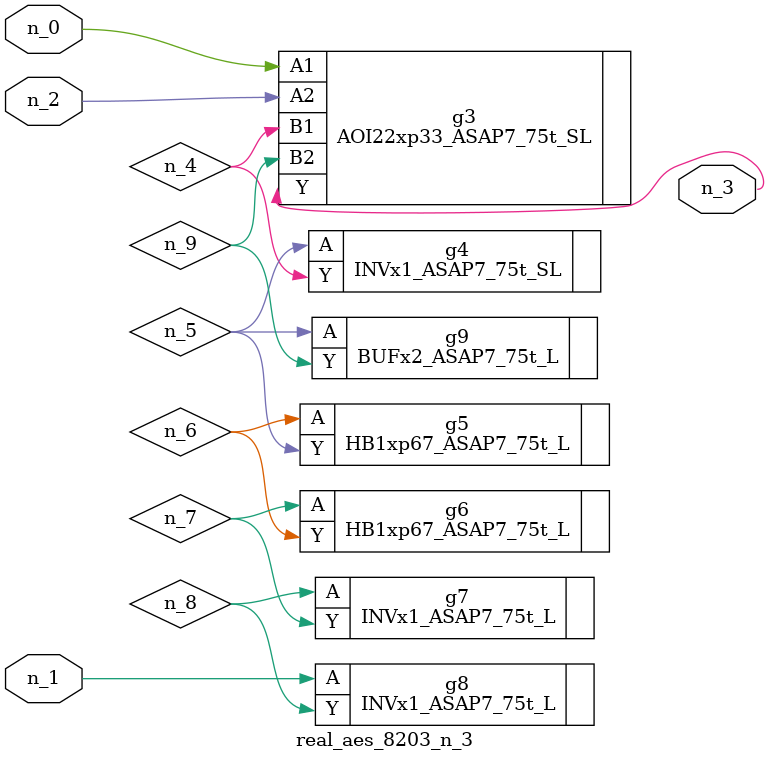
<source format=v>
module real_aes_8203_n_3 (n_0, n_2, n_1, n_3);
input n_0;
input n_2;
input n_1;
output n_3;
wire n_4;
wire n_5;
wire n_7;
wire n_9;
wire n_6;
wire n_8;
AOI22xp33_ASAP7_75t_SL g3 ( .A1(n_0), .A2(n_2), .B1(n_4), .B2(n_9), .Y(n_3) );
INVx1_ASAP7_75t_L g8 ( .A(n_1), .Y(n_8) );
INVx1_ASAP7_75t_SL g4 ( .A(n_5), .Y(n_4) );
BUFx2_ASAP7_75t_L g9 ( .A(n_5), .Y(n_9) );
HB1xp67_ASAP7_75t_L g5 ( .A(n_6), .Y(n_5) );
HB1xp67_ASAP7_75t_L g6 ( .A(n_7), .Y(n_6) );
INVx1_ASAP7_75t_L g7 ( .A(n_8), .Y(n_7) );
endmodule
</source>
